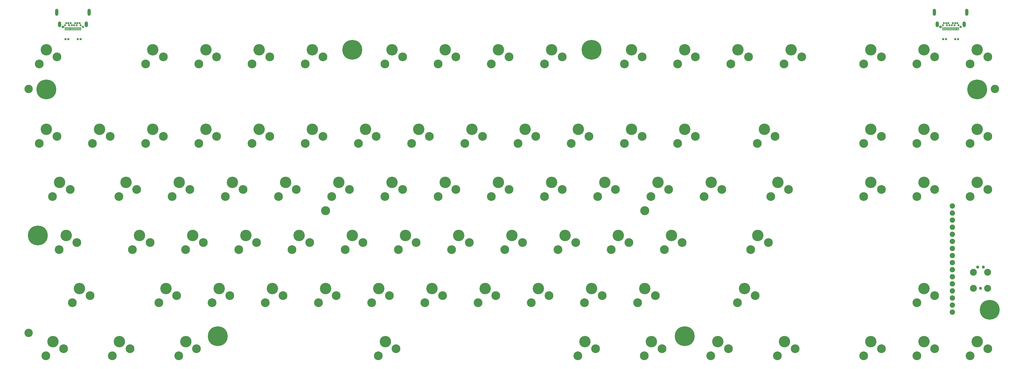
<source format=gts>
G04 #@! TF.GenerationSoftware,KiCad,Pcbnew,(2017-04-15 revision 60310b3d3)-makepkg*
G04 #@! TF.CreationDate,2017-04-19T10:34:45-04:00*
G04 #@! TF.ProjectId,KType,4B547970652E6B696361645F70636200,1.01a*
G04 #@! TF.FileFunction,Soldermask,Top*
G04 #@! TF.FilePolarity,Negative*
%FSLAX46Y46*%
G04 Gerber Fmt 4.6, Leading zero omitted, Abs format (unit mm)*
G04 Created by KiCad (PCBNEW (2017-04-15 revision 60310b3d3)-makepkg) date 04/19/17 10:34:45*
%MOMM*%
%LPD*%
G01*
G04 APERTURE LIST*
%ADD10C,0.150000*%
%ADD11C,3.149854*%
%ADD12C,4.089425*%
%ADD13O,1.051600X0.801600*%
%ADD14O,1.201600X2.501600*%
%ADD15O,1.201600X2.051600*%
%ADD16C,0.701600*%
%ADD17R,0.401600X1.201600*%
%ADD18C,0.801600*%
%ADD19C,1.901600*%
%ADD20R,0.701600X0.751600*%
%ADD21C,3.000000*%
%ADD22C,1.092210*%
%ADD23C,2.476510*%
%ADD24C,7.101600*%
%ADD25C,3.226700*%
G04 APERTURE END LIST*
D10*
D11*
X353060000Y-47942500D03*
X359410000Y-45402500D03*
D12*
X355600000Y-42862500D03*
D11*
X300672000Y-95567500D03*
X307022000Y-93027500D03*
D12*
X303212000Y-90487500D03*
D11*
X43497500Y-95567500D03*
X49847500Y-93027500D03*
D12*
X46037500Y-90487500D03*
D11*
X50641200Y-133668000D03*
X56991200Y-131128000D03*
D12*
X53181200Y-128588000D03*
D11*
X293529000Y-114618000D03*
X299879000Y-112078000D03*
D12*
X296069000Y-109538000D03*
D11*
X45878800Y-114618000D03*
X52228800Y-112078000D03*
D12*
X48418800Y-109538000D03*
D11*
X38735000Y-76517500D03*
X45085000Y-73977500D03*
D12*
X41275000Y-71437500D03*
D11*
X57785000Y-76517500D03*
X64135000Y-73977500D03*
D12*
X60325000Y-71437500D03*
D11*
X76835000Y-76517500D03*
X83185000Y-73977500D03*
D12*
X79375000Y-71437500D03*
D11*
X95885000Y-76517500D03*
X102235000Y-73977500D03*
D12*
X98425000Y-71437500D03*
D11*
X114935000Y-76517500D03*
X121285000Y-73977500D03*
D12*
X117475000Y-71437500D03*
D11*
X133985000Y-76517500D03*
X140335000Y-73977500D03*
D12*
X136525000Y-71437500D03*
D11*
X153035000Y-76517500D03*
X159385000Y-73977500D03*
D12*
X155575000Y-71437500D03*
D11*
X172085000Y-76517500D03*
X178435000Y-73977500D03*
D12*
X174625000Y-71437500D03*
D11*
X191135000Y-76517500D03*
X197485000Y-73977500D03*
D12*
X193675000Y-71437500D03*
D11*
X210185000Y-76517500D03*
X216535000Y-73977500D03*
D12*
X212725000Y-71437500D03*
D11*
X229235000Y-76517500D03*
X235585000Y-73977500D03*
D12*
X231775000Y-71437500D03*
D11*
X248285000Y-76517500D03*
X254635000Y-73977500D03*
D12*
X250825000Y-71437500D03*
D11*
X267335000Y-76517500D03*
X273685000Y-73977500D03*
D12*
X269875000Y-71437500D03*
D11*
X67310000Y-95567500D03*
X73660000Y-93027500D03*
D12*
X69850000Y-90487500D03*
D11*
X72072500Y-114618000D03*
X78422500Y-112078000D03*
D12*
X74612500Y-109538000D03*
D11*
X81597500Y-133668000D03*
X87947500Y-131128000D03*
D12*
X84137500Y-128588000D03*
D11*
X86360000Y-95567500D03*
X92710000Y-93027500D03*
D12*
X88900000Y-90487500D03*
D11*
X105410000Y-95567500D03*
X111760000Y-93027500D03*
D12*
X107950000Y-90487500D03*
D11*
X124460000Y-95567500D03*
X130810000Y-93027500D03*
D12*
X127000000Y-90487500D03*
D11*
X143510000Y-95567500D03*
X149860000Y-93027500D03*
D12*
X146050000Y-90487500D03*
D11*
X162560000Y-95567500D03*
X168910000Y-93027500D03*
D12*
X165100000Y-90487500D03*
D11*
X181610000Y-95567500D03*
X187960000Y-93027500D03*
D12*
X184150000Y-90487500D03*
D11*
X200660000Y-95567500D03*
X207010000Y-93027500D03*
D12*
X203200000Y-90487500D03*
D11*
X219710000Y-95567500D03*
X226060000Y-93027500D03*
D12*
X222250000Y-90487500D03*
D11*
X238760000Y-95567500D03*
X245110000Y-93027500D03*
D12*
X241300000Y-90487500D03*
D11*
X257810000Y-95567500D03*
X264160000Y-93027500D03*
D12*
X260350000Y-90487500D03*
D11*
X276860000Y-95567500D03*
X283210000Y-93027500D03*
D12*
X279400000Y-90487500D03*
D11*
X262572000Y-114618000D03*
X268922000Y-112078000D03*
D12*
X265112000Y-109538000D03*
D11*
X243522000Y-114618000D03*
X249872000Y-112078000D03*
D12*
X246062000Y-109538000D03*
D11*
X224472000Y-114618000D03*
X230822000Y-112078000D03*
D12*
X227012000Y-109538000D03*
D11*
X205422000Y-114618000D03*
X211772000Y-112078000D03*
D12*
X207962000Y-109538000D03*
D11*
X186372000Y-114618000D03*
X192722000Y-112078000D03*
D12*
X188912000Y-109538000D03*
D11*
X167322000Y-114618000D03*
X173672000Y-112078000D03*
D12*
X169862000Y-109538000D03*
D11*
X148272000Y-114618000D03*
X154622000Y-112078000D03*
D12*
X150812000Y-109538000D03*
D11*
X129222000Y-114618000D03*
X135572000Y-112078000D03*
D12*
X131762000Y-109538000D03*
D11*
X110172000Y-114618000D03*
X116522000Y-112078000D03*
D12*
X112712000Y-109538000D03*
D11*
X91122500Y-114618000D03*
X97472500Y-112078000D03*
D12*
X93662500Y-109538000D03*
D11*
X100648000Y-133668000D03*
X106998000Y-131128000D03*
D12*
X103188000Y-128588000D03*
D11*
X119698000Y-133668000D03*
X126048000Y-131128000D03*
D12*
X122238000Y-128588000D03*
D11*
X138748000Y-133668000D03*
X145098000Y-131128000D03*
D12*
X141288000Y-128588000D03*
D11*
X157798000Y-133668000D03*
X164148000Y-131128000D03*
D12*
X160338000Y-128588000D03*
D11*
X176848000Y-133668000D03*
X183198000Y-131128000D03*
D12*
X179388000Y-128588000D03*
D11*
X214948000Y-133668000D03*
X221298000Y-131128000D03*
D12*
X217488000Y-128588000D03*
D11*
X233998000Y-133668000D03*
X240348000Y-131128000D03*
D12*
X236538000Y-128588000D03*
D11*
X253048000Y-133668000D03*
X259398000Y-131128000D03*
D12*
X255588000Y-128588000D03*
D11*
X76835000Y-47942500D03*
X83185000Y-45402500D03*
D12*
X79375000Y-42862500D03*
D11*
X95885000Y-47942500D03*
X102235000Y-45402500D03*
D12*
X98425000Y-42862500D03*
D11*
X114935000Y-47942500D03*
X121285000Y-45402500D03*
D12*
X117475000Y-42862500D03*
D11*
X133985000Y-47942500D03*
X140335000Y-45402500D03*
D12*
X136525000Y-42862500D03*
D11*
X305435000Y-47942500D03*
X311785000Y-45402500D03*
D12*
X307975000Y-42862500D03*
D11*
X286385000Y-47942500D03*
X292735000Y-45402500D03*
D12*
X288925000Y-42862500D03*
D11*
X267335000Y-47942500D03*
X273685000Y-45402500D03*
D12*
X269875000Y-42862500D03*
D11*
X248285000Y-47942500D03*
X254635000Y-45402500D03*
D12*
X250825000Y-42862500D03*
D11*
X219710000Y-47942500D03*
X226060000Y-45402500D03*
D12*
X222250000Y-42862500D03*
D11*
X200660000Y-47942500D03*
X207010000Y-45402500D03*
D12*
X203200000Y-42862500D03*
D11*
X181610000Y-47942500D03*
X187960000Y-45402500D03*
D12*
X184150000Y-42862500D03*
D11*
X162560000Y-47942500D03*
X168910000Y-45402500D03*
D12*
X165100000Y-42862500D03*
D11*
X334010000Y-47942500D03*
X340360000Y-45402500D03*
D12*
X336550000Y-42862500D03*
D11*
X334010000Y-76517500D03*
X340360000Y-73977500D03*
D12*
X336550000Y-71437500D03*
D11*
X353060000Y-76517500D03*
X359410000Y-73977500D03*
D12*
X355600000Y-71437500D03*
D11*
X372110000Y-76517500D03*
X378460000Y-73977500D03*
D12*
X374650000Y-71437500D03*
D11*
X372110000Y-95567500D03*
X378460000Y-93027500D03*
D12*
X374650000Y-90487500D03*
D11*
X353060000Y-95567500D03*
X359410000Y-93027500D03*
D12*
X355600000Y-90487500D03*
D11*
X334010000Y-95567500D03*
X340360000Y-93027500D03*
D12*
X336550000Y-90487500D03*
D11*
X372110000Y-47942500D03*
X378460000Y-45402500D03*
D12*
X374650000Y-42862500D03*
D11*
X353060000Y-152718000D03*
X359410000Y-150178000D03*
D12*
X355600000Y-147638000D03*
D11*
X372110000Y-152718000D03*
X378460000Y-150178000D03*
D12*
X374650000Y-147638000D03*
D11*
X334010000Y-152718000D03*
X340360000Y-150178000D03*
D12*
X336550000Y-147638000D03*
D11*
X353060000Y-133668000D03*
X359410000Y-131128000D03*
D12*
X355600000Y-128588000D03*
D11*
X41116200Y-152718000D03*
X47466200Y-150178000D03*
D12*
X43656200Y-147638000D03*
D11*
X64928800Y-152718000D03*
X71278800Y-150178000D03*
D12*
X67468800Y-147638000D03*
D11*
X88741200Y-152718000D03*
X95091200Y-150178000D03*
D12*
X91281200Y-147638000D03*
D11*
X231616000Y-152718000D03*
X237966000Y-150178000D03*
D12*
X234156000Y-147638000D03*
D11*
X255429000Y-152718000D03*
X261779000Y-150178000D03*
D12*
X257969000Y-147638000D03*
D11*
X279241000Y-152718000D03*
X285591000Y-150178000D03*
D12*
X281781000Y-147638000D03*
D11*
X303054000Y-152718000D03*
X309404000Y-150178000D03*
D12*
X305594000Y-147638000D03*
D11*
X160179000Y-152718000D03*
X166529000Y-150178000D03*
D12*
X162719000Y-147638000D03*
D11*
X288766000Y-133668000D03*
X295116000Y-131128000D03*
D12*
X291306000Y-128588000D03*
D11*
X295910000Y-76517500D03*
X302260000Y-73977500D03*
D12*
X298450000Y-71437500D03*
D11*
X195898000Y-133668000D03*
X202248000Y-131128000D03*
D12*
X198438000Y-128588000D03*
D11*
X38735000Y-47942500D03*
X45085000Y-45402500D03*
D12*
X41275000Y-42862500D03*
D13*
X47200000Y-34658300D03*
D14*
X45000000Y-29408300D03*
X56600000Y-29408300D03*
D15*
X46000000Y-33783300D03*
X55600000Y-33733300D03*
D16*
X53600000Y-34108300D03*
X53200000Y-33308300D03*
X52400000Y-33308300D03*
X52150000Y-34108300D03*
X51600000Y-33308300D03*
X51200000Y-34108300D03*
X50400000Y-34108300D03*
X50000000Y-33308300D03*
X49450000Y-34108300D03*
X49200000Y-33308300D03*
X48400000Y-33308300D03*
X48000000Y-34108300D03*
D17*
X48050000Y-35318300D03*
X48550000Y-35318300D03*
X49050000Y-35318300D03*
X49550000Y-35318300D03*
X50050000Y-35318300D03*
X50550000Y-35318300D03*
X51050000Y-35318300D03*
X51550000Y-35318300D03*
X52050000Y-35318300D03*
X52550000Y-35318300D03*
X53050000Y-35318300D03*
X53550000Y-35318300D03*
D18*
X54400000Y-34658300D03*
D13*
X361525000Y-34658300D03*
D14*
X359325000Y-29408300D03*
X370925000Y-29408300D03*
D15*
X360325000Y-33783300D03*
X369925000Y-33733300D03*
D16*
X367925000Y-34108300D03*
X367525000Y-33308300D03*
X366725000Y-33308300D03*
X366475000Y-34108300D03*
X365925000Y-33308300D03*
X365525000Y-34108300D03*
X364725000Y-34108300D03*
X364325000Y-33308300D03*
X363775000Y-34108300D03*
X363525000Y-33308300D03*
X362725000Y-33308300D03*
X362325000Y-34108300D03*
D17*
X362375000Y-35318300D03*
X362875000Y-35318300D03*
X363375000Y-35318300D03*
X363875000Y-35318300D03*
X364375000Y-35318300D03*
X364875000Y-35318300D03*
X365375000Y-35318300D03*
X365875000Y-35318300D03*
X366375000Y-35318300D03*
X366875000Y-35318300D03*
X367375000Y-35318300D03*
X367875000Y-35318300D03*
D18*
X368725000Y-34658300D03*
D19*
X365760000Y-98901000D03*
X365760000Y-101441000D03*
X365760000Y-103981000D03*
X365760000Y-106521000D03*
X365760000Y-109061000D03*
X365760000Y-111601000D03*
X365760000Y-114141000D03*
X365760000Y-116681000D03*
X365760000Y-119221000D03*
X365760000Y-121761000D03*
X365760000Y-124301000D03*
X365760000Y-126841000D03*
X365760000Y-129381000D03*
X365760000Y-131921000D03*
X365760000Y-134461000D03*
X365760000Y-137001000D03*
D20*
X367784000Y-39116000D03*
X366784000Y-39116000D03*
X362466000Y-39116000D03*
X363466000Y-39116000D03*
X53586000Y-39116000D03*
X52586000Y-39116000D03*
X48141000Y-39116000D03*
X49141000Y-39116000D03*
D21*
X34925000Y-144462000D03*
D22*
X375793000Y-128461000D03*
X376809000Y-120841000D03*
X374777000Y-120841000D03*
D23*
X378333000Y-128461000D03*
X378333000Y-122746000D03*
X373253000Y-128461000D03*
X373253000Y-122746000D03*
D21*
X34925000Y-56959500D03*
X381000000Y-56959500D03*
D24*
X38265000Y-109540000D03*
X102705000Y-145640000D03*
X269875000Y-145640000D03*
X236535000Y-42869500D03*
X150805000Y-42869500D03*
X41275000Y-57149500D03*
X379095000Y-136202000D03*
X374650000Y-57150000D03*
D25*
X255588000Y-100648000D03*
X141288000Y-100648000D03*
M02*

</source>
